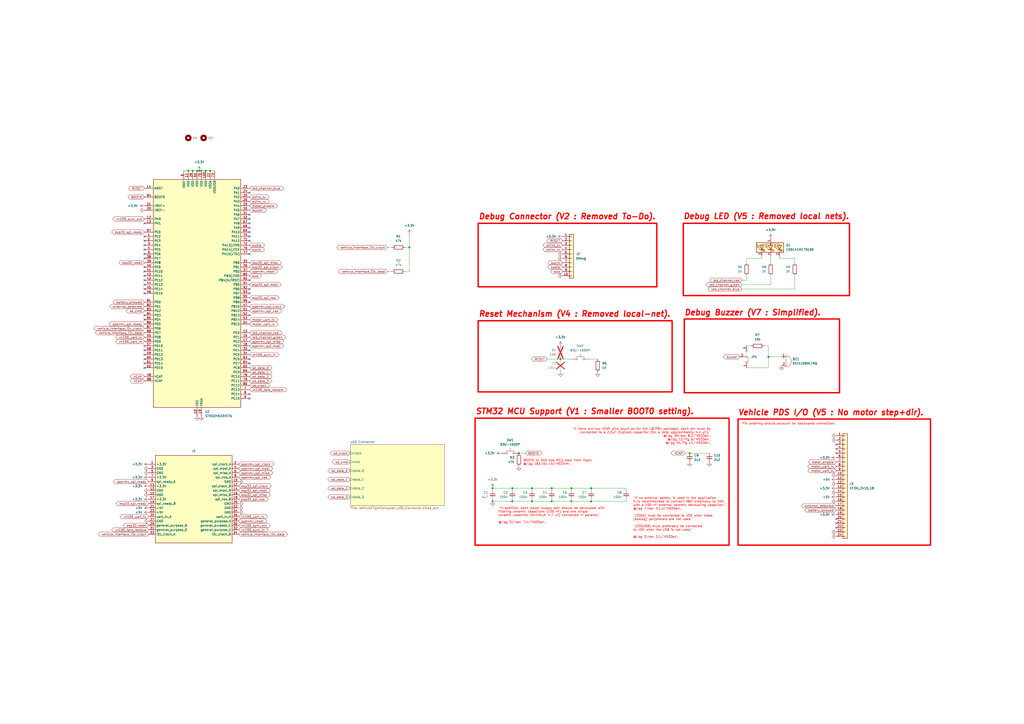
<source format=kicad_sch>
(kicad_sch (version 20250114) (generator "eeschema") (generator_version "9.0")
  (paper "A2")
  (rectangle (start 396.9385 185.0237) (end 486.9815 227.8227) (stroke (width 0.8128) (color 255 0 0 1)))
  (rectangle (start 275.59 242.57) (end 422.91 316.23) (stroke (width 0.8128) (color 255 0 0 1)))
  (rectangle (start 277.368 186.055) (end 389.89 227.33) (stroke (width 0.8128) (color 255 0 0 1)))
  (rectangle (start 428.117 243.078) (end 539.75 316.23) (stroke (width 0.8128) (color 255 0 0 1)))
  (rectangle (start 396.367 129.54) (end 492.76 171.45) (stroke (width 0.8128) (color 255 0 0 1)))
  (rectangle (start 277.368 129.54) (end 381 166.37) (stroke (width 0.8128) (color 255 0 0 1)))
  (text "Pin ordering should account for backwards connection." (at 430.53 245.11 0) (effects (font (size 1.27 1.27) (thickness 0.1588)) (justify left top)))
  (text "STM32 MCU Support (V1 : Smaller BOOT0 setting)." (at 275.717 240.665 0) (effects (font (size 3.2512 3.2512) (thickness 0.6502) (bold yes) (italic yes)) (justify left bottom)))
  (text "Reset Mechanism (V4 : Removed local-net)." (at 277.495 184.15 0) (effects (font (size 3.2512 3.2512) (thickness 0.6502) (bold yes) (italic yes)) (justify left bottom)))
  (text "Debug Connector (V2 : Removed To-Do)." (at 277.495 127.635 0) (effects (font (size 3.2512 3.2512) (thickness 0.6502) (bold yes) (italic yes)) (justify left bottom)))
  (text "BOOT0 to GND has MCU boot from flash.\n@/pg 163/tbl 15/`H533rm`." (at 303.53 266.446 0) (effects (font (size 1.27 1.27) (thickness 0.1588)) (justify left top)))
  (text "\"If there are two VCAP pins (such as for the LQFP64 package), each pin must be\nconnected to a 2.2uF (typical) capacitor (for a total approximately 4.4 uF).\"\n@/pg 35/sec 8.2/`H533an`.\n@/pg 12/fig 6/`H533an`.\n@/pg 34/fig 14/`H533an`." (at 412.242 257.81 0) (effects (font (size 1.27 1.27) (thickness 0.1588)) (justify right bottom)))
  (text "Vehicle PDS I/O (V5 : No motor step+dir)." (at 427.99 241.3 0) (effects (font (size 3.2512 3.2512) (thickness 0.6502) (bold yes) (italic yes)) (justify left bottom)))
  (text "\"In addition, each power supply pair should be decoupled with\nfiltering ceramic capacitors (100 nF) and one single\nceramic capacitor (minimum 4.7 uF) connected in parallel.\"\n\n@/pg 31/sec 7.4/`H533an`." (at 289.052 294.132 0) (effects (font (size 1.27 1.27) (thickness 0.1588)) (justify left top)))
  (text "\"If no external battery is used in the application,\nit is recommended to connect VBAT externally to VDD\nwith a 100 nF external ceramic decoupling capacitor.\"\n@/pg 7/sec 2.1.4/`H533an`.\n\n\"[VDDA] must be connected to VDD when these\n[analog] peripherals are not used.\"\n\n\"[VDDUSB] must preferably be connected\nto VDD when the USB is not used.\"\n\n@/pg 3/sec 2.1/`H533an`." (at 367.284 288.29 0) (effects (font (size 1.27 1.27) (thickness 0.1588)) (justify left top)))
  (text "Debug Buzzer (V7 : Simplified)." (at 396.8115 183.3727 0) (effects (font (size 3.2512 3.2512) (thickness 0.6502) (bold yes) (italic yes)) (justify left bottom)))
  (text "Debug LED (V5 : Removed local nets)." (at 396.24 127.508 0) (effects (font (size 3.2512 3.2512) (thickness 0.6502) (bold yes) (italic yes)) (justify left bottom)))
  (junction (at 445.77 207.01))
  (junction (at 308.61 283.21))
  (junction (at 297.18 283.21))
  (junction (at 400.05 262.89))
  (junction (at 320.04 290.83))
  (junction (at 342.9 290.83))
  (junction (at 285.75 283.21))
  (junction (at 300.99 262.89))
  (junction (at 325.12 208.28))
  (junction (at 111.76 99.06))
  (junction (at 320.04 283.21))
  (junction (at 109.22 99.06))
  (junction (at 114.3 99.06))
  (junction (at 285.75 290.83))
  (junction (at 342.9 283.21))
  (junction (at 331.47 283.21))
  (junction (at 116.84 99.06))
  (junction (at 121.92 99.06))
  (junction (at 119.38 99.06))
  (junction (at 115.57 99.06))
  (junction (at 331.47 290.83))
  (junction (at 237.49 143.51))
  (junction (at 308.61 290.83))
  (junction (at 297.18 290.83))
  (no_connect (at 83.82 144.78))
  (no_connect (at 144.78 210.82))
  (no_connect (at 83.82 142.24))
  (no_connect (at 83.82 154.94))
  (no_connect (at 144.78 132.08))
  (no_connect (at 144.78 147.32))
  (no_connect (at 83.82 165.1))
  (no_connect (at 83.82 200.66))
  (no_connect (at 485.14 262.89))
  (no_connect (at 144.78 182.88))
  (no_connect (at 83.82 208.28))
  (no_connect (at 144.78 162.56))
  (no_connect (at 485.14 303.53))
  (no_connect (at 485.14 260.35))
  (no_connect (at 144.78 111.76))
  (no_connect (at 485.14 300.99))
  (no_connect (at 83.82 213.36))
  (no_connect (at 144.78 134.62))
  (no_connect (at 144.78 175.26))
  (no_connect (at 83.82 157.48))
  (no_connect (at 83.82 137.16))
  (no_connect (at 144.78 170.18))
  (no_connect (at 144.78 203.2))
  (no_connect (at 144.78 167.64))
  (no_connect (at 83.82 170.18))
  (no_connect (at 485.14 306.07))
  (no_connect (at 144.78 137.16))
  (no_connect (at 83.82 210.82))
  (no_connect (at 144.78 129.54))
  (no_connect (at 83.82 205.74))
  (no_connect (at 83.82 203.2))
  (no_connect (at 144.78 208.28))
  (no_connect (at 83.82 129.54))
  (no_connect (at 144.78 228.6))
  (no_connect (at 83.82 147.32))
  (no_connect (at 83.82 185.42))
  (no_connect (at 83.82 149.86))
  (no_connect (at 83.82 162.56))
  (no_connect (at 83.82 139.7))
  (no_connect (at 144.78 124.46))
  (no_connect (at 83.82 182.88))
  (no_connect (at 144.78 231.14))
  (no_connect (at 485.14 257.81))
  (no_connect (at 144.78 139.7))
  (no_connect (at 144.78 127))
  (no_connect (at 83.82 167.64))
  (no_connect (at 83.82 160.02))
  (wire (pts (xy 115.57 99.06) (xy 116.84 99.06)))
  (wire (pts (xy 331.47 289.56) (xy 331.47 290.83)))
  (wire (pts (xy 445.77 200.66) (xy 443.23 200.66)))
  (wire (pts (xy 308.61 283.21) (xy 308.61 284.48)))
  (wire (pts (xy 433.07 149.86) (xy 441.96 149.86)))
  (wire (pts (xy 447.04 148.59) (xy 447.04 152.4)))
  (wire (pts (xy 447.04 165.1) (xy 447.04 160.02)))
  (wire (pts (xy 363.22 290.83) (xy 342.9 290.83)))
  (wire (pts (xy 308.61 289.56) (xy 308.61 290.83)))
  (wire (pts (xy 363.22 289.56) (xy 363.22 290.83)))
  (wire (pts (xy 433.07 149.86) (xy 433.07 152.4)))
  (wire (pts (xy 452.12 148.59) (xy 452.12 149.86)))
  (wire (pts (xy 346.71 208.28) (xy 341.63 208.28)))
  (wire (pts (xy 400.05 262.89) (xy 411.48 262.89)))
  (wire (pts (xy 325.12 208.28) (xy 331.47 208.28)))
  (wire (pts (xy 430.53 162.56) (xy 433.07 162.56)))
  (wire (pts (xy 121.92 99.06) (xy 119.38 99.06)))
  (wire (pts (xy 285.75 283.21) (xy 297.18 283.21)))
  (wire (pts (xy 445.77 207.01) (xy 453.39 207.01)))
  (wire (pts (xy 435.61 200.66) (xy 433.07 200.66)))
  (wire (pts (xy 441.96 149.86) (xy 441.96 148.59)))
  (wire (pts (xy 285.75 290.83) (xy 297.18 290.83)))
  (wire (pts (xy 320.04 283.21) (xy 331.47 283.21)))
  (wire (pts (xy 320.04 290.83) (xy 331.47 290.83)))
  (wire (pts (xy 308.61 283.21) (xy 320.04 283.21)))
  (wire (pts (xy 224.79 157.48) (xy 227.33 157.48)))
  (wire (pts (xy 430.53 165.1) (xy 447.04 165.1)))
  (wire (pts (xy 445.77 207.01) (xy 445.77 213.36)))
  (wire (pts (xy 121.92 99.06) (xy 124.46 99.06)))
  (wire (pts (xy 237.49 143.51) (xy 234.95 143.51)))
  (wire (pts (xy 317.5 208.28) (xy 325.12 208.28)))
  (wire (pts (xy 237.49 143.51) (xy 237.49 157.48)))
  (wire (pts (xy 114.3 99.06) (xy 111.76 99.06)))
  (wire (pts (xy 342.9 290.83) (xy 342.9 289.56)))
  (wire (pts (xy 237.49 135.89) (xy 237.49 143.51)))
  (wire (pts (xy 461.01 149.86) (xy 461.01 152.4)))
  (wire (pts (xy 363.22 284.48) (xy 363.22 283.21)))
  (wire (pts (xy 325.12 208.28) (xy 325.12 209.55)))
  (wire (pts (xy 430.53 167.64) (xy 461.01 167.64)))
  (wire (pts (xy 397.51 262.89) (xy 400.05 262.89)))
  (wire (pts (xy 320.04 283.21) (xy 320.04 284.48)))
  (wire (pts (xy 325.12 214.63) (xy 325.12 215.9)))
  (wire (pts (xy 452.12 149.86) (xy 461.01 149.86)))
  (wire (pts (xy 461.01 167.64) (xy 461.01 160.02)))
  (wire (pts (xy 115.57 99.06) (xy 114.3 99.06)))
  (wire (pts (xy 445.77 200.66) (xy 445.77 207.01)))
  (wire (pts (xy 300.99 262.89) (xy 304.8 262.89)))
  (wire (pts (xy 363.22 283.21) (xy 342.9 283.21)))
  (wire (pts (xy 111.76 99.06) (xy 109.22 99.06)))
  (wire (pts (xy 116.84 99.06) (xy 119.38 99.06)))
  (wire (pts (xy 433.07 213.36) (xy 445.77 213.36)))
  (wire (pts (xy 331.47 283.21) (xy 331.47 284.48)))
  (wire (pts (xy 297.18 283.21) (xy 308.61 283.21)))
  (wire (pts (xy 297.18 289.56) (xy 297.18 290.83)))
  (wire (pts (xy 237.49 157.48) (xy 234.95 157.48)))
  (wire (pts (xy 297.18 284.48) (xy 297.18 283.21)))
  (wire (pts (xy 297.18 290.83) (xy 308.61 290.83)))
  (wire (pts (xy 342.9 283.21) (xy 331.47 283.21)))
  (wire (pts (xy 342.9 283.21) (xy 342.9 284.48)))
  (wire (pts (xy 433.07 162.56) (xy 433.07 160.02)))
  (wire (pts (xy 320.04 289.56) (xy 320.04 290.83)))
  (wire (pts (xy 285.75 283.21) (xy 285.75 284.48)))
  (wire (pts (xy 308.61 290.83) (xy 320.04 290.83)))
  (wire (pts (xy 342.9 290.83) (xy 331.47 290.83)))
  (wire (pts (xy 109.22 99.06) (xy 106.68 99.06)))
  (wire (pts (xy 285.75 289.56) (xy 285.75 290.83)))
  (wire (pts (xy 224.79 143.51) (xy 227.33 143.51)))
  (global_label "motor_uart_tx" (shape bidirectional) (at 144.78 185.42 0) (property "Intersheetrefs" "${INTERSHEET_REFS}" (effects (hide yes))))
  (global_label "swo" (shape bidirectional) (at 326.39 157.48 180) (property "Intersheetrefs" "${INTERSHEET_REFS}" (effects (hide yes))))
  (global_label "sd_data_1" (shape bidirectional) (at 144.78 215.9 0) (property "Intersheetrefs" "${INTERSHEET_REFS}" (effects (hide yes))))
  (global_label "sd_data_3" (shape bidirectional) (at 203.2 288.29 180) (property "Intersheetrefs" "${INTERSHEET_REFS}" (effects (hide yes))))
  (global_label "sd_data_3" (shape bidirectional) (at 144.78 220.98 0) (property "Intersheetrefs" "${INTERSHEET_REFS}" (effects (hide yes))))
  (global_label "BOOT0" (shape bidirectional) (at 304.8 262.89 0) (property "Intersheetrefs" "${INTERSHEET_REFS}" (effects (hide yes))))
  (global_label "led_channel_blue" (shape bidirectional) (at 144.78 109.22 0) (property "Intersheetrefs" "${INTERSHEET_REFS}" (effects (hide yes))))
  (global_label "sd_data_0" (shape bidirectional) (at 144.78 213.36 0) (property "Intersheetrefs" "${INTERSHEET_REFS}" (effects (hide yes))))
  (global_label "motor_uart_rx" (shape bidirectional) (at 144.78 187.96 0) (property "Intersheetrefs" "${INTERSHEET_REFS}" (effects (hide yes))))
  (global_label "led_channel_green" (shape bidirectional) (at 144.78 195.58 0) (property "Intersheetrefs" "${INTERSHEET_REFS}" (effects (hide yes))))
  (global_label "sd_data_2" (shape bidirectional) (at 203.2 283.21 180) (property "Intersheetrefs" "${INTERSHEET_REFS}" (effects (hide yes))))
  (global_label "openmv_spi_miso" (shape bidirectional) (at 138.43 274.32 0) (property "Intersheetrefs" "${INTERSHEET_REFS}" (effects (hide yes))))
  (global_label "openmv_spi_mosi" (shape bidirectional) (at 144.78 200.66 0) (property "Intersheetrefs" "${INTERSHEET_REFS}" (effects (hide yes))))
  (global_label "external_detected" (shape bidirectional) (at 485.14 293.37 180) (property "Intersheetrefs" "${INTERSHEET_REFS}" (effects (hide yes))))
  (global_label "stlink_tx" (shape bidirectional) (at 144.78 114.3 0) (property "Intersheetrefs" "${INTERSHEET_REFS}" (effects (hide yes))))
  (global_label "sd_cmd" (shape bidirectional) (at 83.82 180.34 180) (property "Intersheetrefs" "${INTERSHEET_REFS}" (effects (hide yes))))
  (global_label "esp32_spi_clock" (shape bidirectional) (at 138.43 281.94 0) (property "Intersheetrefs" "${INTERSHEET_REFS}" (effects (hide yes))))
  (global_label "RESET" (shape bidirectional) (at 326.39 139.7 180) (property "Intersheetrefs" "${INTERSHEET_REFS}" (effects (hide yes))))
  (global_label "vn100_uart_tx" (shape bidirectional) (at 86.36 299.72 180) (property "Intersheetrefs" "${INTERSHEET_REFS}" (effects (hide yes))))
  (global_label "battery_allowed" (shape bidirectional) (at 485.14 295.91 180) (property "Intersheetrefs" "${INTERSHEET_REFS}" (effects (hide yes))))
  (global_label "battery_allowed" (shape bidirectional) (at 83.82 175.26 180) (property "Intersheetrefs" "${INTERSHEET_REFS}" (effects (hide yes))))
  (global_label "stlink_rx" (shape bidirectional) (at 144.78 116.84 0) (property "Intersheetrefs" "${INTERSHEET_REFS}" (effects (hide yes))))
  (global_label "swdio" (shape bidirectional) (at 144.78 142.24 0) (property "Intersheetrefs" "${INTERSHEET_REFS}" (effects (hide yes))))
  (global_label "esp32_spi_ready" (shape bidirectional) (at 83.82 134.62 180) (property "Intersheetrefs" "${INTERSHEET_REFS}" (effects (hide yes))))
  (global_label "openmv_spi_clock" (shape bidirectional) (at 138.43 269.24 0) (property "Intersheetrefs" "${INTERSHEET_REFS}" (effects (hide yes))))
  (global_label "swclk" (shape bidirectional) (at 326.39 152.4 180) (property "Intersheetrefs" "${INTERSHEET_REFS}" (effects (hide yes))))
  (global_label "led_channel_green" (shape bidirectional) (at 430.53 165.1 180) (property "Intersheetrefs" "${INTERSHEET_REFS}" (effects (hide yes))))
  (global_label "esp32_spi_mosi" (shape bidirectional) (at 144.78 165.1 0) (property "Intersheetrefs" "${INTERSHEET_REFS}" (effects (hide yes))))
  (global_label "sd_data_0" (shape bidirectional) (at 203.2 273.05 180) (property "Intersheetrefs" "${INTERSHEET_REFS}" (effects (hide yes))))
  (global_label "motor_enable" (shape bidirectional) (at 485.14 267.97 180) (property "Intersheetrefs" "${INTERSHEET_REFS}" (effects (hide yes))))
  (global_label "esp32_spi_ready" (shape bidirectional) (at 86.36 292.1 180) (property "Intersheetrefs" "${INTERSHEET_REFS}" (effects (hide yes))))
  (global_label "vn100_uart_rx" (shape bidirectional) (at 83.82 198.12 180) (property "Intersheetrefs" "${INTERSHEET_REFS}" (effects (hide yes))))
  (global_label "BOOT0" (shape bidirectional) (at 83.82 114.3 180) (property "Intersheetrefs" "${INTERSHEET_REFS}" (effects (hide yes))))
  (global_label "motor_uart_tx" (shape bidirectional) (at 485.14 273.05 180) (property "Intersheetrefs" "${INTERSHEET_REFS}" (effects (hide yes))))
  (global_label "stlink_tx" (shape bidirectional) (at 326.39 142.24 180) (property "Intersheetrefs" "${INTERSHEET_REFS}" (effects (hide yes))))
  (global_label "vn100_sync_in" (shape bidirectional) (at 144.78 205.74 0) (property "Intersheetrefs" "${INTERSHEET_REFS}" (effects (hide yes))))
  (global_label "vn100_sync_in" (shape bidirectional) (at 138.43 307.34 0) (property "Intersheetrefs" "${INTERSHEET_REFS}" (effects (hide yes))))
  (global_label "VCAP" (shape bidirectional) (at 397.51 262.89 180) (property "Intersheetrefs" "${INTERSHEET_REFS}" (effects (hide yes))))
  (global_label "openmv_spi_clock" (shape bidirectional) (at 144.78 177.8 0) (property "Intersheetrefs" "${INTERSHEET_REFS}" (effects (hide yes))))
  (global_label "VCAP" (shape bidirectional) (at 83.82 220.98 180) (property "Intersheetrefs" "${INTERSHEET_REFS}" (effects (hide yes))))
  (global_label "sd_data_2" (shape bidirectional) (at 144.78 218.44 0) (property "Intersheetrefs" "${INTERSHEET_REFS}" (effects (hide yes))))
  (global_label "vehicle_interface_i2c_clock" (shape bidirectional) (at 86.36 309.88 180) (property "Intersheetrefs" "${INTERSHEET_REFS}" (effects (hide yes))))
  (global_label "openmv_spi_ready" (shape bidirectional) (at 86.36 279.4 180) (property "Intersheetrefs" "${INTERSHEET_REFS}" (effects (hide yes))))
  (global_label "swdio" (shape bidirectional) (at 326.39 154.94 180) (property "Intersheetrefs" "${INTERSHEET_REFS}" (effects (hide yes))))
  (global_label "esp32_spi_mosi" (shape bidirectional) (at 138.43 284.48 0) (property "Intersheetrefs" "${INTERSHEET_REFS}" (effects (hide yes))))
  (global_label "openmv_spi_miso" (shape bidirectional) (at 144.78 198.12 0) (property "Intersheetrefs" "${INTERSHEET_REFS}" (effects (hide yes))))
  (global_label "vehicle_interface_i2c_clock" (shape bidirectional) (at 224.79 143.51 180) (property "Intersheetrefs" "${INTERSHEET_REFS}" (effects (hide yes))))
  (global_label "sd_clock" (shape bidirectional) (at 203.2 262.89 180) (property "Intersheetrefs" "${INTERSHEET_REFS}" (effects (hide yes))))
  (global_label "buzzer" (shape bidirectional) (at 429.26 207.01 180) (property "Intersheetrefs" "${INTERSHEET_REFS}" (effects (hide yes))))
  (global_label "RESET" (shape bidirectional) (at 83.82 109.22 180) (property "Intersheetrefs" "${INTERSHEET_REFS}" (effects (hide yes))))
  (global_label "esp32_reset" (shape bidirectional) (at 86.36 304.8 180) (property "Intersheetrefs" "${INTERSHEET_REFS}" (effects (hide yes))))
  (global_label "esp32_reset" (shape bidirectional) (at 83.82 152.4 180) (property "Intersheetrefs" "${INTERSHEET_REFS}" (effects (hide yes))))
  (global_label "stlink_rx" (shape bidirectional) (at 326.39 144.78 180) (property "Intersheetrefs" "${INTERSHEET_REFS}" (effects (hide yes))))
  (global_label "vehicle_interface_i2c_data" (shape bidirectional) (at 138.43 309.88 0) (property "Intersheetrefs" "${INTERSHEET_REFS}" (effects (hide yes))))
  (global_label "vehicle_interface_i2c_clock" (shape bidirectional) (at 83.82 190.5 180) (property "Intersheetrefs" "${INTERSHEET_REFS}" (effects (hide yes))))
  (global_label "openmv_spi_mosi" (shape bidirectional) (at 138.43 271.78 0) (property "Intersheetrefs" "${INTERSHEET_REFS}" (effects (hide yes))))
  (global_label "swclk" (shape bidirectional) (at 144.78 144.78 0) (property "Intersheetrefs" "${INTERSHEET_REFS}" (effects (hide yes))))
  (global_label "vehicle_interface_i2c_data" (shape bidirectional) (at 83.82 193.04 180) (property "Intersheetrefs" "${INTERSHEET_REFS}" (effects (hide yes))))
  (global_label "vn100_sync_out" (shape bidirectional) (at 83.82 127 180) (property "Intersheetrefs" "${INTERSHEET_REFS}" (effects (hide yes))))
  (global_label "led_channel_red" (shape bidirectional) (at 430.53 162.56 180) (property "Intersheetrefs" "${INTERSHEET_REFS}" (effects (hide yes))))
  (global_label "vn100_tare_restore" (shape bidirectional) (at 86.36 307.34 180) (property "Intersheetrefs" "${INTERSHEET_REFS}" (effects (hide yes))))
  (global_label "vn100_uart_tx" (shape bidirectional) (at 83.82 195.58 180) (property "Intersheetrefs" "${INTERSHEET_REFS}" (effects (hide yes))))
  (global_label "motor_uart_rx" (shape bidirectional) (at 485.14 270.51 180) (property "Intersheetrefs" "${INTERSHEET_REFS}" (effects (hide yes))))
  (global_label "esp32_spi_nss" (shape bidirectional) (at 138.43 289.56 0) (property "Intersheetrefs" "${INTERSHEET_REFS}" (effects (hide yes))))
  (global_label "swo" (shape bidirectional) (at 144.78 160.02 0) (property "Intersheetrefs" "${INTERSHEET_REFS}" (effects (hide yes))))
  (global_label "sd_clock" (shape bidirectional) (at 144.78 223.52 0) (property "Intersheetrefs" "${INTERSHEET_REFS}" (effects (hide yes))))
  (global_label "openmv_spi_nss" (shape bidirectional) (at 144.78 180.34 0) (property "Intersheetrefs" "${INTERSHEET_REFS}" (effects (hide yes))))
  (global_label "sd_cmd" (shape bidirectional) (at 203.2 267.97 180) (property "Intersheetrefs" "${INTERSHEET_REFS}" (effects (hide yes))))
  (global_label "vn100_tare_restore" (shape bidirectional) (at 144.78 226.06 0) (property "Intersheetrefs" "${INTERSHEET_REFS}" (effects (hide yes))))
  (global_label "RESET" (shape bidirectional) (at 317.5 208.28 180) (property "Intersheetrefs" "${INTERSHEET_REFS}" (effects (hide yes))))
  (global_label "buzzer" (shape bidirectional) (at 144.78 121.92 0) (property "Intersheetrefs" "${INTERSHEET_REFS}" (effects (hide yes))))
  (global_label "openmv_spi_ready" (shape bidirectional) (at 83.82 187.96 180) (property "Intersheetrefs" "${INTERSHEET_REFS}" (effects (hide yes))))
  (global_label "esp32_spi_clock" (shape bidirectional) (at 144.78 154.94 0) (property "Intersheetrefs" "${INTERSHEET_REFS}" (effects (hide yes))))
  (global_label "led_channel_red" (shape bidirectional) (at 144.78 193.04 0) (property "Intersheetrefs" "${INTERSHEET_REFS}" (effects (hide yes))))
  (global_label "openmv_reset" (shape bidirectional) (at 138.43 302.26 0) (property "Intersheetrefs" "${INTERSHEET_REFS}" (effects (hide yes))))
  (global_label "VCAP" (shape bidirectional) (at 83.82 218.44 180) (property "Intersheetrefs" "${INTERSHEET_REFS}" (effects (hide yes))))
  (global_label "esp32_spi_nss" (shape bidirectional) (at 144.78 172.72 0) (property "Intersheetrefs" "${INTERSHEET_REFS}" (effects (hide yes))))
  (global_label "external_detected" (shape bidirectional) (at 83.82 177.8 180) (property "Intersheetrefs" "${INTERSHEET_REFS}" (effects (hide yes))))
  (global_label "vn100_sync_out" (shape bidirectional) (at 138.43 304.8 0) (property "Intersheetrefs" "${INTERSHEET_REFS}" (effects (hide yes))))
  (global_label "sd_data_1" (shape bidirectional) (at 203.2 278.13 180) (property "Intersheetrefs" "${INTERSHEET_REFS}" (effects (hide yes))))
  (global_label "led_channel_blue" (shape bidirectional) (at 430.53 167.64 180) (property "Intersheetrefs" "${INTERSHEET_REFS}" (effects (hide yes))))
  (global_label "openmv_spi_nss" (shape bidirectional) (at 138.43 276.86 0) (property "Intersheetrefs" "${INTERSHEET_REFS}" (effects (hide yes))))
  (global_label "vn100_uart_rx" (shape bidirectional) (at 138.43 299.72 0) (property "Intersheetrefs" "${INTERSHEET_REFS}" (effects (hide yes))))
  (global_label "vehicle_interface_i2c_data" (shape bidirectional) (at 224.79 157.48 180) (property "Intersheetrefs" "${INTERSHEET_REFS}" (effects (hide yes))))
  (global_label "esp32_spi_miso" (shape bidirectional) (at 138.43 287.02 0) (property "Intersheetrefs" "${INTERSHEET_REFS}" (effects (hide yes))))
  (global_label "openmv_reset" (shape bidirectional) (at 144.78 157.48 0) (property "Intersheetrefs" "${INTERSHEET_REFS}" (effects (hide yes))))
  (global_label "motor_enable" (shape bidirectional) (at 144.78 119.38 0) (property "Intersheetrefs" "${INTERSHEET_REFS}" (effects (hide yes))))
  (global_label "esp32_spi_miso" (shape bidirectional) (at 144.78 152.4 0) (property "Intersheetrefs" "${INTERSHEET_REFS}" (effects (hide yes))))
  (symbol (lib_id "power:+3.3V") (at 115.57 99.06 0) (unit 1)
    (property "Reference" "#PWR015" (effects (hide yes)))
    (property "Value" "+3.3V" (at 115.57 93.98 0))
    (property "Description" "Power symbol creates a global label with name \"+3.3V\"" (effects (hide yes)))
  )
  (symbol (lib_id "Device:R") (at 300.99 266.7 0) (mirror x) (unit 1)
    (property "Reference" "R3" (at 298.45 265.4299 0) (effects (justify right)))
    (property "Value" "47k" (at 298.45 267.9699 0) (effects (justify right)))
    (property "Footprint" "Resistor_SMD:R_1206_3216Metric_Pad1.30x1.75mm_HandSolder" (effects (hide yes)))
    (property "Description" "Resistor" (effects (hide yes)))
  )
  (symbol (lib_id "power:+3.3V") (at 290.83 262.89 90) (unit 1)
    (property "Reference" "#PWR024" (effects (hide yes)))
    (property "Value" "+3.3V" (at 287.02 262.8899 90) (effects (justify left)))
    (property "Description" "Power symbol creates a global label with name \"+3.3V\"" (effects (hide yes)))
  )
  (symbol (lib_id "power:+3.3V") (at 326.39 137.16 90) (unit 1)
    (property "Reference" "#PWR028" (effects (hide yes)))
    (property "Value" "+3.3V" (at 322.58 137.1599 90) (effects (justify left)))
    (property "Description" "Power symbol creates a global label with name \"+3.3V\"" (effects (hide yes)))
  )
  (symbol (lib_id "Device:R") (at 346.71 212.09 0) (mirror y) (unit 1)
    (property "Reference" "R5" (at 349.25 210.8199 0) (effects (justify right)))
    (property "Value" "1K" (at 349.25 213.3599 0) (effects (justify right)))
    (property "Footprint" "Resistor_SMD:R_1206_3216Metric_Pad1.30x1.75mm_HandSolder" (effects (hide yes)))
    (property "Description" "Resistor" (effects (hide yes)))
  )
  (symbol (lib_id "power:GND") (at 138.43 297.18 90) (mirror x) (unit 1)
    (property "Reference" "#PWR020" (effects (hide yes)))
    (property "Value" "GND" (effects (hide yes)))
    (property "Description" "Power symbol creates a global label with name \"GND\" , ground" (effects (hide yes)))
  )
  (symbol (lib_id "power:GND") (at 453.39 212.09 0) (unit 1)
    (property "Reference" "#PWR036" (effects (hide yes)))
    (property "Value" "GND" (effects (hide yes)))
    (property "Description" "Power symbol creates a global label with name \"GND\" , ground" (effects (hide yes)))
  )
  (symbol (lib_id "Switch:SW_Push") (at 295.91 262.89 0) (unit 1)
    (property "Reference" "SW1" (at 295.91 255.27 0))
    (property "Value" "B3U-1000P" (at 295.91 257.81 0))
    (property "Footprint" "Button_Switch_SMD:SW_SPST_B3U-1000P" (effects (hide yes)))
    (property "Description" "Push button switch, generic, two pins" (effects (hide yes)))
  )
  (symbol (lib_id "Device:C_Small") (at 308.61 287.02 0) (mirror y) (unit 1)
    (property "Reference" "C3" (at 306.07 285.7562 0) (effects (justify left)))
    (property "Value" "100n" (at 306.07 288.2962 0) (effects (justify left)))
    (property "Footprint" "Capacitor_SMD:C_1206_3216Metric_Pad1.33x1.80mm_HandSolder" (effects (hide yes)))
    (property "Description" "Unpolarized capacitor, small symbol" (effects (hide yes)))
  )
  (symbol (lib_id "power:+3.3V") (at 485.14 288.29 90) (unit 1)
    (property "Reference" "#PWR045" (effects (hide yes)))
    (property "Value" "+5V" (at 481.33 288.2899 90) (effects (justify left)))
    (property "Description" "Power symbol creates a global label with name \"+3.3V\"" (effects (hide yes)))
  )
  (symbol (lib_id "Device:C_Small") (at 325.12 212.09 0) (mirror y) (unit 1) (dnp yes)
    (property "Reference" "C5" (at 322.58 210.8262 0) (effects (justify left)))
    (property "Value" "100n" (at 322.58 213.3662 0) (effects (justify left)))
    (property "Footprint" "Capacitor_SMD:C_1206_3216Metric_Pad1.33x1.80mm_HandSolder" (effects (hide yes)))
    (property "Description" "Unpolarized capacitor, small symbol" (effects (hide yes)))
  )
  (symbol (lib_id "power:+3.3V") (at 485.14 278.13 90) (unit 1)
    (property "Reference" "#PWR041" (effects (hide yes)))
    (property "Value" "+5V" (at 481.33 278.1299 90) (effects (justify left)))
    (property "Description" "Power symbol creates a global label with name \"+3.3V\"" (effects (hide yes)))
  )
  (symbol (lib_id "Device:C_Small") (at 285.75 287.02 0) (mirror y) (unit 1)
    (property "Reference" "C1" (at 283.21 285.7562 0) (effects (justify left)))
    (property "Value" "4u7" (at 283.21 288.2962 0) (effects (justify left)))
    (property "Footprint" "Capacitor_SMD:C_1206_3216Metric_Pad1.33x1.80mm_HandSolder" (effects (hide yes)))
    (property "Description" "Unpolarized capacitor, small symbol" (effects (hide yes)))
  )
  (symbol (lib_id "power:GND") (at 485.14 255.27 270) (unit 1)
    (property "Reference" "#PWR038" (effects (hide yes)))
    (property "Value" "GND" (effects (hide yes)))
    (property "Description" "Power symbol creates a global label with name \"GND\" , ground" (effects (hide yes)))
  )
  (symbol (lib_id "Connector_Generic:Conn_01x10") (at 331.47 147.32 0) (unit 1)
    (property "Reference" "J2" (at 334.01 147.3199 0) (effects (justify left)))
    (property "Value" "Debug" (at 334.01 149.8599 0) (effects (justify left)))
    (property "Footprint" "pcb:Molex_PicoBlade_53047-1010_1x10_P1.25mm_Vertical" (effects (hide yes)))
    (property "Description" "Generic connector, single row, 01x10, script generated (kicad-library-utils/schlib/autogen/connector/)" (effects (hide yes)))
  )
  (symbol (lib_id "power:+3.3V") (at 86.36 294.64 90) (unit 1)
    (property "Reference" "#PWR011" (effects (hide yes)))
    (property "Value" "+5V" (at 82.55 294.6399 90) (effects (justify left)))
    (property "Description" "Power symbol creates a global label with name \"+3.3V\"" (effects (hide yes)))
  )
  (symbol (lib_id "Device:R") (at 231.14 143.51 270) (unit 1)
    (property "Reference" "R1" (at 231.14 137.16 90))
    (property "Value" "47k" (at 231.14 139.7 90))
    (property "Footprint" "Resistor_SMD:R_1206_3216Metric_Pad1.30x1.75mm_HandSolder" (effects (hide yes)))
    (property "Description" "Resistor" (effects (hide yes)))
  )
  (symbol (lib_id "power:GND") (at 114.3 241.3 0) (unit 1)
    (property "Reference" "#PWR014" (effects (hide yes)))
    (property "Value" "GND" (effects (hide yes)))
    (property "Description" "Power symbol creates a global label with name \"GND\" , ground" (effects (hide yes)))
  )
  (symbol (lib_id "power:GND") (at 138.43 294.64 90) (mirror x) (unit 1)
    (property "Reference" "#PWR019" (effects (hide yes)))
    (property "Value" "GND" (effects (hide yes)))
    (property "Description" "Power symbol creates a global label with name \"GND\" , ground" (effects (hide yes)))
  )
  (symbol (lib_id "power:GND") (at 116.84 241.3 0) (unit 1)
    (property "Reference" "#PWR016" (effects (hide yes)))
    (property "Value" "GND" (effects (hide yes)))
    (property "Description" "Power symbol creates a global label with name \"GND\" , ground" (effects (hide yes)))
  )
  (symbol (lib_id "power:GND") (at 485.14 290.83 270) (unit 1)
    (property "Reference" "#PWR046" (effects (hide yes)))
    (property "Value" "GND" (effects (hide yes)))
    (property "Description" "Power symbol creates a global label with name \"GND\" , ground" (effects (hide yes)))
  )
  (symbol (lib_id "VehicleStackConnector:VehicleStackConnector") (at 90.17 264.16 0) (unit 1)
    (property "Reference" "J1" (at 112.395 261.62 0))
    (property "Footprint" "pcb:VehicleStackConnector" (effects (hide yes)))
  )
  (symbol (lib_id "power:GND") (at 485.14 275.59 270) (unit 1)
    (property "Reference" "#PWR040" (effects (hide yes)))
    (property "Value" "GND" (effects (hide yes)))
    (property "Description" "Power symbol creates a global label with name \"GND\" , ground" (effects (hide yes)))
  )
  (symbol (lib_id "power:GND") (at 86.36 274.32 270) (unit 1)
    (property "Reference" "#PWR05" (effects (hide yes)))
    (property "Value" "GND" (effects (hide yes)))
    (property "Description" "Power symbol creates a global label with name \"GND\" , ground" (effects (hide yes)))
  )
  (symbol (lib_id "Device:R") (at 447.04 156.21 0) (unit 1)
    (property "Reference" "R8" (at 444.5 154.9399 0) (effects (justify right)))
    (property "Value" "2K" (at 444.5 157.4799 0) (effects (justify right)))
    (property "Footprint" "Resistor_SMD:R_1206_3216Metric_Pad1.30x1.75mm_HandSolder" (effects (hide yes)))
    (property "Description" "Resistor" (effects (hide yes)))
  )
  (symbol (lib_id "power:+3.3V") (at 485.14 298.45 90) (unit 1)
    (property "Reference" "#PWR047" (effects (hide yes)))
    (property "Value" "+3.3V" (at 481.33 298.4499 90) (effects (justify left)))
    (property "Description" "Power symbol creates a global label with name \"+3.3V\"" (effects (hide yes)))
  )
  (symbol (lib_id "power:+3.3V") (at 83.82 119.38 90) (unit 1)
    (property "Reference" "#PWR01" (effects (hide yes)))
    (property "Value" "+3.3V" (at 80.01 119.3799 90) (effects (justify left)))
    (property "Description" "Power symbol creates a global label with name \"+3.3V\"" (effects (hide yes)))
  )
  (symbol (lib_id "Device:C_Small") (at 363.22 287.02 0) (mirror y) (unit 1)
    (property "Reference" "C8" (at 360.68 285.7562 0) (effects (justify left)))
    (property "Value" "100n" (at 360.68 288.2962 0) (effects (justify left)))
    (property "Footprint" "Capacitor_SMD:C_1206_3216Metric_Pad1.33x1.80mm_HandSolder" (effects (hide yes)))
    (property "Description" "Unpolarized capacitor, small symbol" (effects (hide yes)))
  )
  (symbol (lib_id "Device:R") (at 231.14 157.48 270) (unit 1)
    (property "Reference" "R2" (at 231.14 151.13 90))
    (property "Value" "47k" (at 231.14 153.67 90))
    (property "Footprint" "Resistor_SMD:R_1206_3216Metric_Pad1.30x1.75mm_HandSolder" (effects (hide yes)))
    (property "Description" "Resistor" (effects (hide yes)))
  )
  (symbol (lib_id "power:GND") (at 485.14 280.67 270) (unit 1)
    (property "Reference" "#PWR042" (effects (hide yes)))
    (property "Value" "GND" (effects (hide yes)))
    (property "Description" "Power symbol creates a global label with name \"GND\" , ground" (effects (hide yes)))
  )
  (symbol (lib_id "power:GND") (at 83.82 121.92 270) (unit 1)
    (property "Reference" "#PWR02" (effects (hide yes)))
    (property "Value" "GND" (effects (hide yes)))
    (property "Description" "Power symbol creates a global label with name \"GND\" , ground" (effects (hide yes)))
  )
  (symbol (lib_id "power:GND") (at 138.43 279.4 90) (mirror x) (unit 1)
    (property "Reference" "#PWR017" (effects (hide yes)))
    (property "Value" "GND" (effects (hide yes)))
    (property "Description" "Power symbol creates a global label with name \"GND\" , ground" (effects (hide yes)))
  )
  (symbol (lib_id "Connector_Generic:Conn_01x24") (at 490.22 280.67 0) (unit 1)
    (property "Reference" "J3" (at 492.76 280.6699 0) (effects (justify left)))
    (property "Value" "XF3M_2415_1B" (at 492.76 283.2099 0) (effects (justify left)))
    (property "Footprint" "pcb:XF3M_2415_1B" (effects (hide yes)))
    (property "Description" "Generic connector, single row, 01x24, script generated (kicad-library-utils/schlib/autogen/connector/)" (effects (hide yes)))
  )
  (symbol (lib_id "power:GND") (at 326.39 160.02 270) (mirror x) (unit 1)
    (property "Reference" "#PWR031" (effects (hide yes)))
    (property "Value" "GND" (effects (hide yes)))
    (property "Description" "Power symbol creates a global label with name \"GND\" , ground" (effects (hide yes)))
  )
  (symbol (lib_id "Mechanical:MountingHole") (at 118.11 80.01 0) (unit 1) (in_bom no)
    (property "Reference" "H2" (at 120.65 80.0099 0) (effects (justify left)))
    (property "Value" "MountingHole" (effects (hide yes)))
    (property "Footprint" "MountingHole:MountingHole_3.2mm_M3" (effects (hide yes)))
    (property "Description" "Mounting Hole without connection" (effects (hide yes)))
  )
  (symbol (lib_id "power:GND") (at 86.36 284.48 270) (unit 1)
    (property "Reference" "#PWR08" (effects (hide yes)))
    (property "Value" "GND" (effects (hide yes)))
    (property "Description" "Power symbol creates a global label with name \"GND\" , ground" (effects (hide yes)))
  )
  (symbol (lib_id "Switch:SW_Push") (at 336.55 208.28 0) (unit 1)
    (property "Reference" "SW2" (at 336.55 200.66 0))
    (property "Value" "B3U-1000P" (at 336.55 203.2 0))
    (property "Footprint" "Button_Switch_SMD:SW_SPST_B3U-1000P" (effects (hide yes)))
    (property "Description" "Push button switch, generic, two pins" (effects (hide yes)))
  )
  (symbol (lib_id "power:+3.3V") (at 285.75 283.21 0) (unit 1)
    (property "Reference" "#PWR022" (effects (hide yes)))
    (property "Value" "+3.3V" (at 285.75 278.13 0))
    (property "Description" "Power symbol creates a global label with name \"+3.3V\"" (effects (hide yes)))
  )
  (symbol (lib_id "power:GND") (at 485.14 308.61 270) (unit 1)
    (property "Reference" "#PWR048" (effects (hide yes)))
    (property "Value" "GND" (effects (hide yes)))
    (property "Description" "Power symbol creates a global label with name \"GND\" , ground" (effects (hide yes)))
  )
  (symbol (lib_id "power:GND") (at 325.12 215.9 0) (mirror y) (unit 1)
    (property "Reference" "#PWR027" (effects (hide yes)))
    (property "Value" "GND" (effects (hide yes)))
    (property "Description" "Power symbol creates a global label with name \"GND\" , ground" (effects (hide yes)))
  )
  (symbol (lib_id "power:GND") (at 485.14 252.73 270) (unit 1)
    (property "Reference" "#PWR037" (effects (hide yes)))
    (property "Value" "GND" (effects (hide yes)))
    (property "Description" "Power symbol creates a global label with name \"GND\" , ground" (effects (hide yes)))
  )
  (symbol (lib_id "Device:LED_ABRG") (at 447.04 143.51 90) (unit 1)
    (property "Reference" "D1" (at 455.93 142.2399 90) (effects (justify right)))
    (property "Value" "150141M173100" (at 455.93 144.7799 90) (effects (justify right)))
    (property "Footprint" "LED_SMD:LED_RGB_Wuerth-PLCC4_3.2x2.8mm_150141M173100" (effects (hide yes)))
    (property "Description" "RGB LED, anode/blue/red/green" (effects (hide yes)))
  )
  (symbol (lib_id "Device:C_Small") (at 342.9 287.02 0) (mirror y) (unit 1)
    (property "Reference" "C7" (at 340.36 285.7562 0) (effects (justify left)))
    (property "Value" "100n" (at 340.36 288.2962 0) (effects (justify left)))
    (property "Footprint" "Capacitor_SMD:C_1206_3216Metric_Pad1.33x1.80mm_HandSolder" (effects (hide yes)))
    (property "Description" "Unpolarized capacitor, small symbol" (effects (hide yes)))
  )
  (symbol (lib_id "power:+3.3V") (at 237.49 135.89 0) (unit 1)
    (property "Reference" "#PWR021" (effects (hide yes)))
    (property "Value" "+3.3V" (at 237.49 130.81 0))
    (property "Description" "Power symbol creates a global label with name \"+3.3V\"" (effects (hide yes)))
  )
  (symbol (lib_id "Jumper:Jumper_3_Bridged12") (at 433.07 207.01 270) (mirror x) (unit 1)
    (property "Reference" "JP1" (at 435.61 207.0099 90) (effects (justify left)))
    (property "Value" "Jumper_3_Bridged12" (effects (hide yes)))
    (property "Footprint" "Connector_PinHeader_2.54mm:PinHeader_1x03_P2.54mm_Vertical" (effects (hide yes)))
    (property "Description" "Jumper, 3-pole, pins 1+2 closed/bridged" (effects (hide yes)))
  )
  (symbol (lib_id "power:GND") (at 86.36 271.78 270) (unit 1)
    (property "Reference" "#PWR04" (effects (hide yes)))
    (property "Value" "GND" (effects (hide yes)))
    (property "Description" "Power symbol creates a global label with name \"GND\" , ground" (effects (hide yes)))
  )
  (symbol (lib_id "power:+3.3V") (at 86.36 289.56 90) (unit 1)
    (property "Reference" "#PWR010" (effects (hide yes)))
    (property "Value" "+3.3V" (at 82.55 289.5599 90) (effects (justify left)))
    (property "Description" "Power symbol creates a global label with name \"+3.3V\"" (effects (hide yes)))
  )
  (symbol (lib_id "power:GND") (at 400.05 267.97 0) (unit 1)
    (property "Reference" "#PWR033" (effects (hide yes)))
    (property "Value" "GND" (effects (hide yes)))
    (property "Description" "Power symbol creates a global label with name \"GND\" , ground" (effects (hide yes)))
  )
  (symbol (lib_id "power:+3.3V") (at 485.14 265.43 90) (unit 1)
    (property "Reference" "#PWR039" (effects (hide yes)))
    (property "Value" "+3.3V" (at 481.33 265.4299 90) (effects (justify left)))
    (property "Description" "Power symbol creates a global label with name \"+3.3V\"" (effects (hide yes)))
  )
  (symbol (lib_id "power:GND") (at 86.36 287.02 270) (unit 1)
    (property "Reference" "#PWR09" (effects (hide yes)))
    (property "Value" "GND" (effects (hide yes)))
    (property "Description" "Power symbol creates a global label with name \"GND\" , ground" (effects (hide yes)))
  )
  (symbol (lib_id "power:+3.3V") (at 325.12 200.66 0) (unit 1)
    (property "Reference" "#PWR026" (effects (hide yes)))
    (property "Value" "+3.3V" (at 325.12 195.58 0))
    (property "Description" "Power symbol creates a global label with name \"+3.3V\"" (effects (hide yes)))
  )
  (symbol (lib_id "Device:C_Small") (at 411.48 265.43 0) (unit 1)
    (property "Reference" "C10" (at 414.02 264.1662 0) (effects (justify left)))
    (property "Value" "2u2" (at 414.02 266.7062 0) (effects (justify left)))
    (property "Footprint" "Capacitor_SMD:C_1206_3216Metric_Pad1.33x1.80mm_HandSolder" (effects (hide yes)))
    (property "Description" "Unpolarized capacitor, small symbol" (effects (hide yes)))
  )
  (symbol (lib_id "Device:R") (at 325.12 204.47 0) (unit 1) (dnp yes)
    (property "Reference" "R4" (at 322.58 203.1999 0) (effects (justify right)))
    (property "Value" "100" (at 322.58 205.7399 0) (effects (justify right)))
    (property "Footprint" "Resistor_SMD:R_1206_3216Metric_Pad1.30x1.75mm_HandSolder" (effects (hide yes)))
    (property "Description" "Resistor" (effects (hide yes)))
  )
  (symbol (lib_id "power:+3.3V") (at 86.36 281.94 90) (unit 1)
    (property "Reference" "#PWR07" (effects (hide yes)))
    (property "Value" "+3.3V" (at 82.55 281.9399 90) (effects (justify left)))
    (property "Description" "Power symbol creates a global label with name \"+3.3V\"" (effects (hide yes)))
  )
  (symbol (lib_id "power:+3.3V") (at 485.14 283.21 90) (unit 1)
    (property "Reference" "#PWR043" (effects (hide yes)))
    (property "Value" "+3.3V" (at 481.33 283.2099 90) (effects (justify left)))
    (property "Description" "Power symbol creates a global label with name \"+3.3V\"" (effects (hide yes)))
  )
  (symbol (lib_id "Mechanical:MountingHole") (at 109.22 80.01 0) (unit 1) (in_bom no)
    (property "Reference" "H1" (at 111.76 80.0099 0) (effects (justify left)))
    (property "Value" "MountingHole" (effects (hide yes)))
    (property "Footprint" "MountingHole:MountingHole_3.2mm_M3" (effects (hide yes)))
    (property "Description" "Mounting Hole without connection" (effects (hide yes)))
  )
  (symbol (lib_id "Device:C_Small") (at 297.18 287.02 0) (mirror y) (unit 1)
    (property "Reference" "C2" (at 294.64 285.7562 0) (effects (justify left)))
    (property "Value" "100n" (at 294.64 288.2962 0) (effects (justify left)))
    (property "Footprint" "Capacitor_SMD:C_1206_3216Metric_Pad1.33x1.80mm_HandSolder" (effects (hide yes)))
    (property "Description" "Unpolarized capacitor, small symbol" (effects (hide yes)))
  )
  (symbol (lib_id "power:GND") (at 300.99 270.51 0) (unit 1)
    (property "Reference" "#PWR025" (effects (hide yes)))
    (property "Value" "GND" (effects (hide yes)))
    (property "Description" "Power symbol creates a global label with name \"GND\" , ground" (effects (hide yes)))
  )
  (symbol (lib_id "power:GND") (at 485.14 311.15 270) (unit 1)
    (property "Reference" "#PWR049" (effects (hide yes)))
    (property "Value" "GND" (effects (hide yes)))
    (property "Description" "Power symbol creates a global label with name \"GND\" , ground" (effects (hide yes)))
  )
  (symbol (lib_id "Device:C_Small") (at 331.47 287.02 0) (mirror y) (unit 1)
    (property "Reference" "C6" (at 328.93 285.7562 0) (effects (justify left)))
    (property "Value" "100n" (at 328.93 288.2962 0) (effects (justify left)))
    (property "Footprint" "Capacitor_SMD:C_1206_3216Metric_Pad1.33x1.80mm_HandSolder" (effects (hide yes)))
    (property "Description" "Unpolarized capacitor, small symbol" (effects (hide yes)))
  )
  (symbol (lib_id "power:+3.3V") (at 447.04 138.43 0) (unit 1)
    (property "Reference" "#PWR035" (effects (hide yes)))
    (property "Value" "+3.3V" (at 447.04 133.35 0))
    (property "Description" "Power symbol creates a global label with name \"+3.3V\"" (effects (hide yes)))
  )
  (symbol (lib_id "power:+3.3V") (at 86.36 297.18 90) (unit 1)
    (property "Reference" "#PWR012" (effects (hide yes)))
    (property "Value" "+5V" (at 82.55 297.1799 90) (effects (justify left)))
    (property "Description" "Power symbol creates a global label with name \"+3.3V\"" (effects (hide yes)))
  )
  (symbol (lib_id "power:+3.3V") (at 86.36 269.24 90) (unit 1)
    (property "Reference" "#PWR03" (effects (hide yes)))
    (property "Value" "+3.3V" (at 82.55 269.2399 90) (effects (justify left)))
    (property "Description" "Power symbol creates a global label with name \"+3.3V\"" (effects (hide yes)))
  )
  (symbol (lib_id "Device:R") (at 461.01 156.21 0) (unit 1)
    (property "Reference" "R9" (at 458.47 154.9399 0) (effects (justify right)))
    (property "Value" "2K" (at 458.47 157.4799 0) (effects (justify right)))
    (property "Footprint" "Resistor_SMD:R_1206_3216Metric_Pad1.30x1.75mm_HandSolder" (effects (hide yes)))
    (property "Description" "Resistor" (effects (hide yes)))
  )
  (symbol (lib_id "power:GND") (at 326.39 147.32 270) (unit 1)
    (property "Reference" "#PWR029" (effects (hide yes)))
    (property "Value" "GND" (effects (hide yes)))
    (property "Description" "Power symbol creates a global label with name \"GND\" , ground" (effects (hide yes)))
  )
  (symbol (lib_id "power:GND") (at 138.43 292.1 90) (mirror x) (unit 1)
    (property "Reference" "#PWR018" (effects (hide yes)))
    (property "Value" "GND" (effects (hide yes)))
    (property "Description" "Power symbol creates a global label with name \"GND\" , ground" (effects (hide yes)))
  )
  (symbol (lib_id "power:GND") (at 326.39 149.86 270) (mirror x) (unit 1)
    (property "Reference" "#PWR030" (effects (hide yes)))
    (property "Value" "GND" (effects (hide yes)))
    (property "Description" "Power symbol creates a global label with name \"GND\" , ground" (effects (hide yes)))
  )
  (symbol (lib_id "Device:C_Small") (at 400.05 265.43 0) (unit 1)
    (property "Reference" "C9" (at 402.59 264.1662 0) (effects (justify left)))
    (property "Value" "2u2" (at 402.59 266.7062 0) (effects (justify left)))
    (property "Footprint" "Capacitor_SMD:C_1206_3216Metric_Pad1.33x1.80mm_HandSolder" (effects (hide yes)))
    (property "Description" "Unpolarized capacitor, small symbol" (effects (hide yes)))
  )
  (symbol (lib_id "Device:R") (at 439.42 200.66 90) (unit 1)
    (property "Reference" "R7" (at 439.42 194.31 90))
    (property "Value" "10k" (at 439.42 196.85 90))
    (property "Footprint" "Resistor_SMD:R_1206_3216Metric_Pad1.30x1.75mm_HandSolder" (effects (hide yes)))
    (property "Description" "Resistor" (effects (hide yes)))
  )
  (symbol (lib_id "power:GND") (at 485.14 285.75 270) (unit 1)
    (property "Reference" "#PWR044" (effects (hide yes)))
    (property "Value" "GND" (effects (hide yes)))
    (property "Description" "Power symbol creates a global label with name \"GND\" , ground" (effects (hide yes)))
  )
  (symbol (lib_id "Device:R") (at 433.07 156.21 0) (unit 1)
    (property "Reference" "R6" (at 430.53 154.9399 0) (effects (justify right)))
    (property "Value" "2K" (at 430.53 157.4799 0) (effects (justify right)))
    (property "Footprint" "Resistor_SMD:R_1206_3216Metric_Pad1.30x1.75mm_HandSolder" (effects (hide yes)))
    (property "Description" "Resistor" (effects (hide yes)))
  )
  (symbol (lib_id "power:+3.3V") (at 86.36 276.86 90) (unit 1)
    (property "Reference" "#PWR06" (effects (hide yes)))
    (property "Value" "+3.3V" (at 82.55 276.8599 90) (effects (justify left)))
    (property "Description" "Power symbol creates a global label with name \"+3.3V\"" (effects (hide yes)))
  )
  (symbol (lib_id "MCU_ST_STM32H5:STM32H533VETx") (at 114.3 170.18 0) (unit 1)
    (property "Reference" "U1" (at 118.9833 238.76 0) (effects (justify left)))
    (property "Value" "STM32H533VET6" (at 118.9833 241.3 0) (effects (justify left)))
    (property "Footprint" "Package_QFP:LQFP-100_14x14mm_P0.5mm" (effects (hide yes)))
    (property "Datasheet" "https://www.st.com/resource/en/datasheet/stm32h533ve.pdf" (effects (hide yes)))
    (property "Description" "STMicroelectronics Arm Cortex-M33 MCU, 512KB flash, 272KB RAM, 80 GPIO, LQFP100" (effects (hide yes)))
  )
  (symbol (lib_id "Device:Buzzer") (at 455.93 209.55 0) (unit 1)
    (property "Reference" "BZ1" (at 459.74 208.2799 0) (effects (justify left)))
    (property "Value" "AST1109MLTRQ" (at 459.74 210.8199 0) (effects (justify left)))
    (property "Footprint" "Buzzer_Beeper:Buzzer_Mallory_AST1109MLTRQ" (effects (hide yes)))
    (property "Description" "Buzzer, polarized" (effects (hide yes)))
  )
  (symbol (lib_id "power:GND") (at 285.75 290.83 0) (unit 1)
    (property "Reference" "#PWR023" (effects (hide yes)))
    (property "Value" "GND" (effects (hide yes)))
    (property "Description" "Power symbol creates a global label with name \"GND\" , ground" (effects (hide yes)))
  )
  (symbol (lib_id "power:GND") (at 346.71 215.9 0) (mirror y) (unit 1)
    (property "Reference" "#PWR032" (effects (hide yes)))
    (property "Value" "GND" (effects (hide yes)))
    (property "Description" "Power symbol creates a global label with name \"GND\" , ground" (effects (hide yes)))
  )
  (symbol (lib_id "power:GND") (at 411.48 267.97 0) (unit 1)
    (property "Reference" "#PWR034" (effects (hide yes)))
    (property "Value" "GND" (effects (hide yes)))
    (property "Description" "Power symbol creates a global label with name \"GND\" , ground" (effects (hide yes)))
  )
  (symbol (lib_id "Device:C_Small") (at 320.04 287.02 0) (mirror y) (unit 1)
    (property "Reference" "C4" (at 317.5 285.7562 0) (effects (justify left)))
    (property "Value" "100n" (at 317.5 288.2962 0) (effects (justify left)))
    (property "Footprint" "Capacitor_SMD:C_1206_3216Metric_Pad1.33x1.80mm_HandSolder" (effects (hide yes)))
    (property "Description" "Unpolarized capacitor, small symbol" (effects (hide yes)))
  )
  (symbol (lib_id "power:GND") (at 86.36 302.26 270) (unit 1)
    (property "Reference" "#PWR013" (effects (hide yes)))
    (property "Value" "GND" (effects (hide yes)))
    (property "Description" "Power symbol creates a global label with name \"GND\" , ground" (effects (hide yes)))
  )
  (sheet (at 203.2 257.81) (size 54.61 35.56) (stroke (width 0.1524) (color 132 0 0 1)) (fill (color 255 255 194 1.0000))
    (property "Sheetname" "uSD Connector" (at 203.2 257.0984 0) (effects (justify left bottom)))
    (property "Sheetfile" "VehicleFlightComputer_uSD_Connector.kicad_sch" (at 203.2 293.9546 0) (effects (justify left top)))
    (pin "clock" input (at 203.2 262.89 180))
    (pin "cmd" input (at 203.2 267.97 180))
    (pin "data_0" input (at 203.2 273.05 180))
    (pin "data_1" input (at 203.2 278.13 180))
    (pin "data_2" input (at 203.2 283.21 180))
    (pin "data_3" input (at 203.2 288.29 180))
  )
)
</source>
